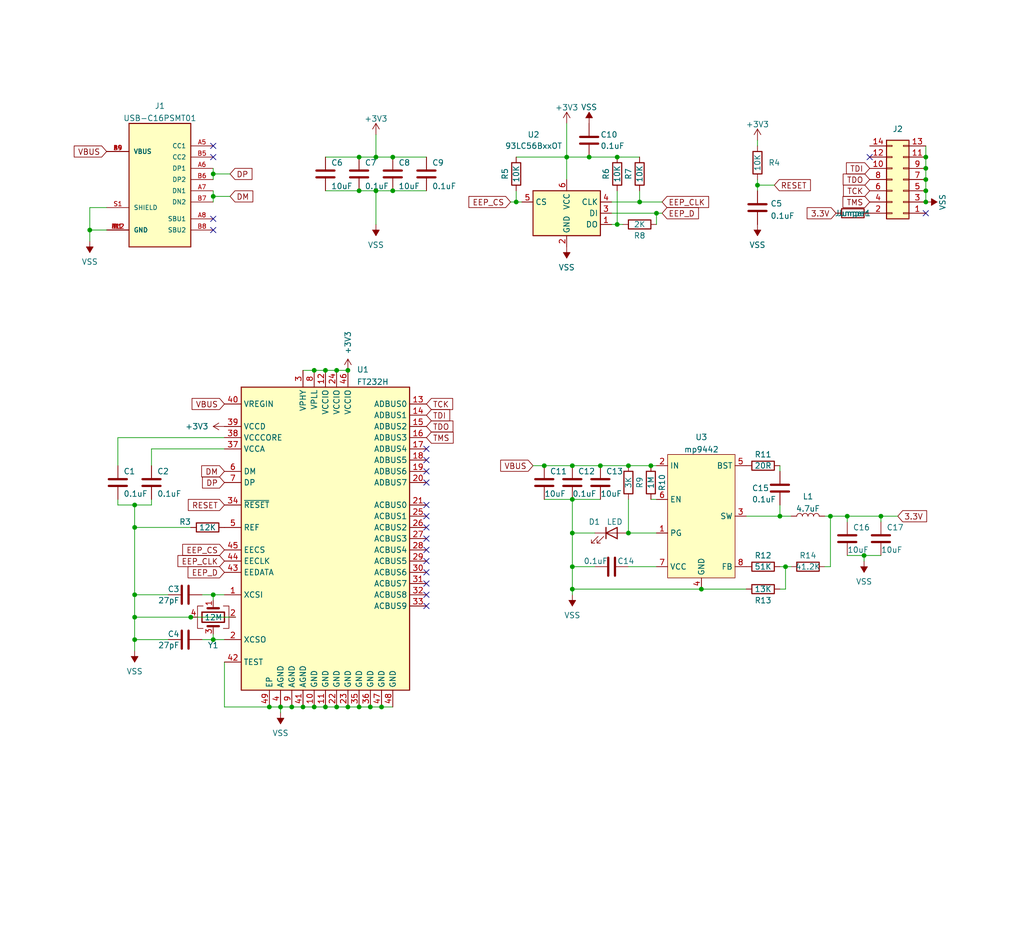
<source format=kicad_sch>
(kicad_sch (version 20211123) (generator eeschema)
  (paper "User" 231.8 209.398)
  (lib_symbols
    (symbol "Connector_Generic:Conn_02x07_Odd_Even" (pin_names (offset 1.016) hide)
      (property "Reference" "J" (at 1.27 10.16 0))
      (property "Value" "Conn_02x07_Odd_Even" (at 1.27 -10.16 0))
      (symbol "Conn_02x07_Odd_Even_1_1"
        (rectangle (start -1.27 -7.493) (end 0 -7.747) (stroke (width 0.1524)))
        (rectangle (start -1.27 -4.953) (end 0 -5.207) (stroke (width 0.1524)))
        (rectangle (start -1.27 -2.413) (end 0 -2.667) (stroke (width 0.1524)))
        (rectangle (start -1.27 0.127) (end 0 -0.127) (stroke (width 0.1524)))
        (rectangle (start -1.27 2.667) (end 0 2.413) (stroke (width 0.1524)))
        (rectangle (start -1.27 5.207) (end 0 4.953) (stroke (width 0.1524)))
        (rectangle (start -1.27 7.747) (end 0 7.493) (stroke (width 0.1524)))
        (rectangle (start -1.27 8.89) (end 3.81 -8.89) (stroke (width 0.254)) (fill (type background)))
        (rectangle (start 3.81 -7.493) (end 2.54 -7.747) (stroke (width 0.1524)))
        (rectangle (start 3.81 -4.953) (end 2.54 -5.207) (stroke (width 0.1524)))
        (rectangle (start 3.81 -2.413) (end 2.54 -2.667) (stroke (width 0.1524)))
        (rectangle (start 3.81 0.127) (end 2.54 -0.127) (stroke (width 0.1524)))
        (rectangle (start 3.81 2.667) (end 2.54 2.413) (stroke (width 0.1524)))
        (rectangle (start 3.81 5.207) (end 2.54 4.953) (stroke (width 0.1524)))
        (rectangle (start 3.81 7.747) (end 2.54 7.493) (stroke (width 0.1524)))
        (pin passive line (at -5.08 7.62 0) (length 3.81) (name "Pin_1") (number "1"))
        (pin passive line (at 7.62 -2.54 180) (length 3.81) (name "Pin_10") (number "10"))
        (pin passive line (at -5.08 -5.08 0) (length 3.81) (name "Pin_11") (number "11"))
        (pin passive line (at 7.62 -5.08 180) (length 3.81) (name "Pin_12") (number "12"))
        (pin passive line (at -5.08 -7.62 0) (length 3.81) (name "Pin_13") (number "13"))
        (pin passive line (at 7.62 -7.62 180) (length 3.81) (name "Pin_14") (number "14"))
        (pin passive line (at 7.62 7.62 180) (length 3.81) (name "Pin_2") (number "2"))
        (pin passive line (at -5.08 5.08 0) (length 3.81) (name "Pin_3") (number "3"))
        (pin passive line (at 7.62 5.08 180) (length 3.81) (name "Pin_4") (number "4"))
        (pin passive line (at -5.08 2.54 0) (length 3.81) (name "Pin_5") (number "5"))
        (pin passive line (at 7.62 2.54 180) (length 3.81) (name "Pin_6") (number "6"))
        (pin passive line (at -5.08 0 0) (length 3.81) (name "Pin_7") (number "7"))
        (pin passive line (at 7.62 0 180) (length 3.81) (name "Pin_8") (number "8"))
        (pin passive line (at -5.08 -2.54 0) (length 3.81) (name "Pin_9") (number "9"))
      )
    )
    (symbol "Device:C" (pin_numbers hide) (pin_names (offset 0.254))
      (property "Reference" "C" (at 0.635 2.54 0))
      (property "Value" "C" (at 0.635 -2.54 0))
      (symbol "C_0_1"
        (polyline (pts (xy -2.032 -0.762) (xy 2.032 -0.762)) (stroke (width 0.508)))
        (polyline (pts (xy -2.032 0.762) (xy 2.032 0.762)) (stroke (width 0.508)))
      )
      (symbol "C_1_1"
        (pin passive line (at 0 3.81 270) (length 2.794) (name "~") (number "1"))
        (pin passive line (at 0 -3.81 90) (length 2.794) (name "~") (number "2"))
      )
    )
    (symbol "Device:Crystal_GND24" (pin_names (offset 1.016) hide)
      (property "Reference" "Y" (at 3.175 5.08 0))
      (property "Value" "Crystal_GND24" (at 3.175 3.175 0))
      (symbol "Crystal_GND24_0_1"
        (rectangle (start -1.143 2.54) (end 1.143 -2.54) (stroke (width 0.3048)))
        (polyline (pts (xy -2.54 0) (xy -2.032 0)))
        (polyline (pts (xy -2.032 -1.27) (xy -2.032 1.27)) (stroke (width 0.508)))
        (polyline (pts (xy 0 -3.81) (xy 0 -3.556)))
        (polyline (pts (xy 0 3.556) (xy 0 3.81)))
        (polyline (pts (xy 2.032 -1.27) (xy 2.032 1.27)) (stroke (width 0.508)))
        (polyline (pts (xy 2.032 0) (xy 2.54 0)))
        (polyline (pts (xy -2.54 -2.286) (xy -2.54 -3.556) (xy 2.54 -3.556) (xy 2.54 -2.286)))
        (polyline (pts (xy -2.54 2.286) (xy -2.54 3.556) (xy 2.54 3.556) (xy 2.54 2.286)))
      )
      (symbol "Crystal_GND24_1_1"
        (pin passive line (at -3.81 0 0) (length 1.27) (name "1") (number "1"))
        (pin passive line (at 0 5.08 270) (length 1.27) (name "2") (number "2"))
        (pin passive line (at 3.81 0 180) (length 1.27) (name "3") (number "3"))
        (pin passive line (at 0 -5.08 90) (length 1.27) (name "4") (number "4"))
      )
    )
    (symbol "Device:L" (pin_numbers hide) (pin_names (offset 1.016) hide)
      (property "Reference" "L" (at -1.27 0 90))
      (property "Value" "L" (at 1.905 0 90))
      (symbol "L_0_1"
        (arc (start 0 -2.54) (mid 0.635 -1.905) (end 0 -1.27))
        (arc (start 0 -1.27) (mid 0.635 -0.635) (end 0 0))
        (arc (start 0 0) (mid 0.635 0.635) (end 0 1.27))
        (arc (start 0 1.27) (mid 0.635 1.905) (end 0 2.54))
      )
      (symbol "L_1_1"
        (pin passive line (at 0 3.81 270) (length 1.27) (name "1") (number "1"))
        (pin passive line (at 0 -3.81 90) (length 1.27) (name "2") (number "2"))
      )
    )
    (symbol "Device:LED" (pin_numbers hide) (pin_names (offset 1.016) hide)
      (property "Reference" "D" (at 0 2.54 0))
      (property "Value" "LED" (at 0 -2.54 0))
      (symbol "LED_0_1"
        (polyline (pts (xy -1.27 -1.27) (xy -1.27 1.27)) (stroke (width 0.254)))
        (polyline (pts (xy -1.27 0) (xy 1.27 0)))
        (polyline (pts (xy 1.27 -1.27) (xy 1.27 1.27) (xy -1.27 0) (xy 1.27 -1.27)) (stroke (width 0.254)))
        (polyline (pts (xy -3.048 -0.762) (xy -4.572 -2.286) (xy -3.81 -2.286) (xy -4.572 -2.286) (xy -4.572 -1.524)))
        (polyline (pts (xy -1.778 -0.762) (xy -3.302 -2.286) (xy -2.54 -2.286) (xy -3.302 -2.286) (xy -3.302 -1.524)))
      )
      (symbol "LED_1_1"
        (pin passive line (at -3.81 0 0) (length 2.54) (name "K") (number "1"))
        (pin passive line (at 3.81 0 180) (length 2.54) (name "A") (number "2"))
      )
    )
    (symbol "Device:R" (pin_numbers hide) (pin_names (offset 0))
      (property "Reference" "R" (at 2.032 0 90))
      (property "Value" "R" (at 0 0 90))
      (symbol "R_0_1"
        (rectangle (start -1.016 -2.54) (end 1.016 2.54) (stroke (width 0.254)))
      )
      (symbol "R_1_1"
        (pin passive line (at 0 3.81 270) (length 1.27) (name "~") (number "1"))
        (pin passive line (at 0 -3.81 90) (length 1.27) (name "~") (number "2"))
      )
    )
    (symbol "Interface_USB:FT232H"
      (property "Reference" "U1" (at 7.0994 38.2565 0))
      (property "Value" "FT232H" (at 7.0994 35.4814 0))
      (symbol "FT232H_0_1"
        (rectangle (start -19.05 34.29) (end 19.05 -34.29) (stroke (width 0.254)) (fill (type background)))
      )
      (symbol "FT232H_1_1"
        (pin input line (at -22.86 -12.7 0) (length 3.81) (name "XCSI") (number "1"))
        (pin power_in line (at -2.54 -38.1 90) (length 3.81) (name "GND") (number "10"))
        (pin power_in line (at 0 -38.1 90) (length 3.81) (name "GND") (number "11"))
        (pin power_in line (at 0 38.1 270) (length 3.81) (name "VCCIO") (number "12"))
        (pin bidirectional line (at 22.86 30.48 180) (length 3.81) (name "ADBUS0") (number "13"))
        (pin bidirectional line (at 22.86 27.94 180) (length 3.81) (name "ADBUS1") (number "14"))
        (pin bidirectional line (at 22.86 25.4 180) (length 3.81) (name "ADBUS2") (number "15"))
        (pin bidirectional line (at 22.86 22.86 180) (length 3.81) (name "ADBUS3") (number "16"))
        (pin bidirectional line (at 22.86 20.32 180) (length 3.81) (name "ADBUS4") (number "17"))
        (pin bidirectional line (at 22.86 17.78 180) (length 3.81) (name "ADBUS5") (number "18"))
        (pin bidirectional line (at 22.86 15.24 180) (length 3.81) (name "ADBUS6") (number "19"))
        (pin output line (at -22.86 -22.86 0) (length 3.81) (name "XCSO") (number "2"))
        (pin bidirectional line (at 22.86 12.7 180) (length 3.81) (name "ADBUS7") (number "20"))
        (pin bidirectional line (at 22.86 7.62 180) (length 3.81) (name "ACBUS0") (number "21"))
        (pin power_in line (at 2.54 -38.1 90) (length 3.81) (name "GND") (number "22"))
        (pin power_in line (at 5.08 -38.1 90) (length 3.81) (name "GND") (number "23"))
        (pin power_in line (at 2.54 38.1 270) (length 3.81) (name "VCCIO") (number "24"))
        (pin bidirectional line (at 22.86 5.08 180) (length 3.81) (name "ACBUS1") (number "25"))
        (pin bidirectional line (at 22.86 2.54 180) (length 3.81) (name "ACBUS2") (number "26"))
        (pin bidirectional line (at 22.86 0 180) (length 3.81) (name "ACBUS3") (number "27"))
        (pin bidirectional line (at 22.86 -2.54 180) (length 3.81) (name "ACBUS4") (number "28"))
        (pin bidirectional line (at 22.86 -5.08 180) (length 3.81) (name "ACBUS5") (number "29"))
        (pin power_in line (at -5.08 38.1 270) (length 3.81) (name "VPHY") (number "3"))
        (pin bidirectional line (at 22.86 -7.62 180) (length 3.81) (name "ACBUS6") (number "30"))
        (pin bidirectional line (at 22.86 -10.16 180) (length 3.81) (name "ACBUS7") (number "31"))
        (pin bidirectional line (at 22.86 -12.7 180) (length 3.81) (name "ACBUS8") (number "32"))
        (pin bidirectional line (at 22.86 -15.24 180) (length 3.81) (name "ACBUS9") (number "33"))
        (pin input line (at -22.86 7.62 0) (length 3.81) (name "~{RESET}") (number "34"))
        (pin power_in line (at 7.62 -38.1 90) (length 3.81) (name "GND") (number "35"))
        (pin power_in line (at 10.16 -38.1 90) (length 3.81) (name "GND") (number "36"))
        (pin power_out line (at -22.86 20.32 0) (length 3.81) (name "VCCA") (number "37"))
        (pin power_out line (at -22.86 22.86 0) (length 3.81) (name "VCCCORE") (number "38"))
        (pin power_in line (at -22.86 25.4 0) (length 3.81) (name "VCCD") (number "39"))
        (pin power_in line (at -10.16 -38.1 90) (length 3.81) (name "AGND") (number "4"))
        (pin power_in line (at -22.86 30.48 0) (length 3.81) (name "VREGIN") (number "40"))
        (pin power_in line (at -5.08 -38.1 90) (length 3.81) (name "AGND") (number "41"))
        (pin input line (at -22.86 -27.94 0) (length 3.81) (name "TEST") (number "42"))
        (pin bidirectional line (at -22.86 -7.62 0) (length 3.81) (name "EEDATA") (number "43"))
        (pin input line (at -22.86 -5.08 0) (length 3.81) (name "EECLK") (number "44"))
        (pin input line (at -22.86 -2.54 0) (length 3.81) (name "EECS") (number "45"))
        (pin power_in line (at 5.08 38.1 270) (length 3.81) (name "VCCIO") (number "46"))
        (pin power_in line (at 12.7 -38.1 90) (length 3.81) (name "GND") (number "47"))
        (pin power_in line (at 15.24 -38.1 90) (length 3.81) (name "GND") (number "48"))
        (pin power_in line (at -12.7 -38.1 90) (length 3.81) (name "EP") (number "49"))
        (pin input line (at -22.86 2.54 0) (length 3.81) (name "REF") (number "5"))
        (pin bidirectional line (at -22.86 15.24 0) (length 3.81) (name "DM") (number "6"))
        (pin bidirectional line (at -22.86 12.7 0) (length 3.81) (name "DP") (number "7"))
        (pin power_in line (at -2.54 38.1 270) (length 3.81) (name "VPLL") (number "8"))
        (pin power_in line (at -7.62 -38.1 90) (length 3.81) (name "AGND") (number "9"))
      )
    )
    (symbol "MP9442:mp9442"
      (property "Reference" "U" (at 0 17.78 0))
      (property "Value" "mp9442" (at 0 15.24 0))
      (symbol "mp9442_0_1"
        (rectangle (start -7.62 13.97) (end 7.62 -13.97) (stroke (width 0.1524)) (fill (type background)))
      )
      (symbol "mp9442_1_1"
        (pin input line (at -10.16 -3.81 0) (length 2.54) (name "PG") (number "1"))
        (pin input line (at -10.16 11.43 0) (length 2.54) (name "IN") (number "2"))
        (pin input line (at 10.16 0 180) (length 2.54) (name "SW") (number "3"))
        (pin input line (at 0 -16.51 90) (length 2.54) (name "GND") (number "4"))
        (pin input line (at 10.16 11.43 180) (length 2.54) (name "BST") (number "5"))
        (pin input line (at -10.16 3.81 0) (length 2.54) (name "EN") (number "6"))
        (pin input line (at -10.16 -11.43 0) (length 2.54) (name "VCC") (number "7"))
        (pin input line (at 10.16 -11.43 180) (length 2.54) (name "FB") (number "8"))
      )
    )
    (symbol "Memory_EEPROM:93LCxxBxxOT"
      (property "Reference" "U" (at -6.35 6.35 0))
      (property "Value" "93LCxxBxxOT" (at 7.62 -6.35 0))
      (symbol "93LCxxBxxOT_0_1"
        (rectangle (start -7.62 5.08) (end 7.62 -5.08) (stroke (width 0.254)) (fill (type background)))
      )
      (symbol "93LCxxBxxOT_1_1"
        (pin tri_state line (at 10.16 -2.54 180) (length 2.54) (name "DO") (number "1"))
        (pin power_in line (at 0 -7.62 90) (length 2.54) (name "GND") (number "2"))
        (pin input line (at 10.16 0 180) (length 2.54) (name "DI") (number "3"))
        (pin input line (at 10.16 2.54 180) (length 2.54) (name "CLK") (number "4"))
        (pin input line (at -10.16 2.54 0) (length 2.54) (name "CS") (number "5"))
        (pin power_in line (at 0 7.62 270) (length 2.54) (name "VCC") (number "6"))
      )
    )
    (symbol "USB-C16PSMT01:CQ-USB-C16PSMT01" (pin_names (offset 1.016))
      (property "Reference" "J" (at -12.7 13.462 0))
      (property "Value" "CQ-USB-C16PSMT01" (at -11.43 -18.542 0))
      (symbol "CQ-USB-C16PSMT01_0_0"
        (rectangle (start -6.35 12.7) (end 7.62 -15.24) (stroke (width 0.254)) (fill (type background)))
        (pin power_in line (at 12.7 -11.43 180) (length 5.08) (name "GND") (number "A1"))
        (pin power_in line (at 12.7 -11.43 180) (length 5.08) (name "GND") (number "A12"))
        (pin power_in line (at 12.7 6.35 180) (length 5.08) (name "VBUS") (number "A4"))
        (pin bidirectional line (at -11.43 7.62 0) (length 5.08) (name "CC1") (number "A5"))
        (pin bidirectional line (at -11.43 2.54 0) (length 5.08) (name "DP1") (number "A6"))
        (pin bidirectional line (at -11.43 -2.54 0) (length 5.08) (name "DN1") (number "A7"))
        (pin bidirectional line (at -11.43 -8.89 0) (length 5.08) (name "SBU1") (number "A8"))
        (pin power_in line (at 12.7 6.35 180) (length 5.08) (name "VBUS") (number "A9"))
        (pin power_in line (at 12.7 -11.43 180) (length 5.08) (name "GND") (number "B1"))
        (pin power_in line (at 12.7 -11.43 180) (length 5.08) (name "GND") (number "B12"))
        (pin power_in line (at 12.7 6.35 180) (length 5.08) (name "VBUS") (number "B4"))
        (pin bidirectional line (at -11.43 5.08 0) (length 5.08) (name "CC2") (number "B5"))
        (pin bidirectional line (at -11.43 0 0) (length 5.08) (name "DP2") (number "B6"))
        (pin bidirectional line (at -11.43 -5.08 0) (length 5.08) (name "DN2") (number "B7"))
        (pin bidirectional line (at -11.43 -11.43 0) (length 5.08) (name "SBU2") (number "B8"))
        (pin power_in line (at 12.7 6.35 180) (length 5.08) (name "VBUS") (number "B9"))
        (pin passive line (at 12.7 -6.35 180) (length 5.08) (name "SHIELD") (number "S1"))
      )
    )
    (symbol "power:+3V3" (power) (pin_names (offset 0))
      (property "Value" "+3V3" (at 0 3.556 0))
      (symbol "+3V3_0_1"
        (polyline (pts (xy -0.762 1.27) (xy 0 2.54)))
        (polyline (pts (xy 0 0) (xy 0 2.54)))
        (polyline (pts (xy 0 2.54) (xy 0.762 1.27)))
      )
      (symbol "+3V3_1_1"
        (pin power_in line (at 0 0 90) (length 0) hide (name "+3V3") (number "1"))
      )
    )
    (symbol "power:VSS" (power) (pin_names (offset 0))
      (property "Value" "VSS" (at 0 3.81 0))
      (symbol "VSS_0_1"
        (polyline (pts (xy 0 0) (xy 0 2.54)))
        (polyline (pts (xy 0.762 1.27) (xy -0.762 1.27) (xy 0 2.54) (xy 0.762 1.27)) (fill (type outline)))
      )
      (symbol "VSS_1_1"
        (pin power_in line (at 0 0 90) (length 0) hide (name "VSS") (number "1"))
      )
    )
  )
  (junction (at 30.48 139.7))
  (junction (at 48.26 144.78))
  (junction (at 78.74 83.82))
  (junction (at 129.54 105.41))
  (junction (at 30.48 119.38))
  (junction (at 86.36 160.02))
  (junction (at 88.9 35.56))
  (junction (at 191.77 116.84))
  (junction (at 30.48 134.62))
  (junction (at 73.66 160.02))
  (junction (at 73.66 83.82))
  (junction (at 195.58 125.73))
  (junction (at 123.19 105.41))
  (junction (at 71.12 83.82))
  (junction (at 71.12 160.02))
  (junction (at 139.7 50.8))
  (junction (at 176.53 116.84))
  (junction (at 187.96 116.84))
  (junction (at 209.55 40.64))
  (junction (at 48.26 39.37))
  (junction (at 199.39 116.84))
  (junction (at 171.45 41.91))
  (junction (at 135.89 105.41))
  (junction (at 68.58 160.02))
  (junction (at 76.2 83.82))
  (junction (at 83.82 160.02))
  (junction (at 20.32 52.07))
  (junction (at 209.55 45.72))
  (junction (at 88.9 43.18))
  (junction (at 133.35 35.56))
  (junction (at 85.09 43.18))
  (junction (at 116.84 45.72))
  (junction (at 43.18 139.7))
  (junction (at 142.24 120.65))
  (junction (at 48.26 44.45))
  (junction (at 128.27 35.56))
  (junction (at 66.04 160.02))
  (junction (at 129.54 128.27))
  (junction (at 129.54 120.65))
  (junction (at 209.55 43.18))
  (junction (at 148.59 48.26))
  (junction (at 48.26 134.62))
  (junction (at 129.54 133.35))
  (junction (at 177.8 128.27))
  (junction (at 30.48 144.78))
  (junction (at 76.2 160.02))
  (junction (at 142.24 105.41))
  (junction (at 60.96 160.02))
  (junction (at 209.55 38.1))
  (junction (at 81.28 35.56))
  (junction (at 81.28 43.18))
  (junction (at 78.74 160.02))
  (junction (at 209.55 35.56))
  (junction (at 63.5 160.02))
  (junction (at 30.48 114.3))
  (junction (at 85.09 35.56))
  (junction (at 139.7 35.56))
  (junction (at 144.78 45.72))
  (junction (at 129.54 113.03))
  (junction (at 81.28 160.02))
  (junction (at 147.32 105.41))
  (junction (at 158.75 133.35))
  (no_connect (at 48.26 33.02))
  (no_connect (at 48.26 35.56))
  (no_connect (at 96.52 132.08))
  (no_connect (at 96.52 127))
  (no_connect (at 96.52 137.16))
  (no_connect (at 96.52 129.54))
  (no_connect (at 96.52 134.62))
  (no_connect (at 96.52 101.6))
  (no_connect (at 96.52 106.68))
  (no_connect (at 96.52 109.22))
  (no_connect (at 96.52 104.14))
  (no_connect (at 96.52 121.92))
  (no_connect (at 96.52 124.46))
  (no_connect (at 96.52 116.84))
  (no_connect (at 96.52 114.3))
  (no_connect (at 96.52 119.38))
  (no_connect (at 209.55 48.26))
  (no_connect (at 196.85 35.56))
  (no_connect (at 48.26 52.07))
  (no_connect (at 48.26 49.53))
  (wire (pts (xy 191.77 116.84) (xy 191.77 118.11)))
  (wire (pts (xy 176.53 116.84) (xy 176.53 114.3)))
  (wire (pts (xy 187.96 128.27) (xy 186.69 128.27)))
  (wire (pts (xy 171.45 40.64) (xy 171.45 41.91)))
  (wire (pts (xy 142.24 105.41) (xy 147.32 105.41)))
  (wire (pts (xy 48.26 38.1) (xy 48.26 39.37)))
  (wire (pts (xy 128.27 27.94) (xy 128.27 35.56)))
  (wire (pts (xy 71.12 160.02) (xy 73.66 160.02)))
  (wire (pts (xy 116.84 35.56) (xy 128.27 35.56)))
  (wire (pts (xy 73.66 35.56) (xy 81.28 35.56)))
  (wire (pts (xy 142.24 128.27) (xy 148.59 128.27)))
  (wire (pts (xy 66.04 160.02) (xy 68.58 160.02)))
  (wire (pts (xy 191.77 116.84) (xy 199.39 116.84)))
  (wire (pts (xy 171.45 41.91) (xy 171.45 43.18)))
  (wire (pts (xy 30.48 114.3) (xy 30.48 119.38)))
  (wire (pts (xy 83.82 160.02) (xy 86.36 160.02)))
  (wire (pts (xy 158.75 133.35) (xy 168.91 133.35)))
  (wire (pts (xy 142.24 120.65) (xy 148.59 120.65)))
  (wire (pts (xy 177.8 133.35) (xy 176.53 133.35)))
  (wire (pts (xy 129.54 133.35) (xy 129.54 134.62)))
  (wire (pts (xy 139.7 35.56) (xy 144.78 35.56)))
  (wire (pts (xy 30.48 119.38) (xy 43.18 119.38)))
  (wire (pts (xy 191.77 125.73) (xy 195.58 125.73)))
  (wire (pts (xy 26.67 114.3) (xy 30.48 114.3)))
  (wire (pts (xy 71.12 83.82) (xy 73.66 83.82)))
  (wire (pts (xy 120.65 105.41) (xy 123.19 105.41)))
  (wire (pts (xy 86.36 160.02) (xy 88.9 160.02)))
  (wire (pts (xy 85.09 43.18) (xy 88.9 43.18)))
  (wire (pts (xy 199.39 116.84) (xy 203.2 116.84)))
  (wire (pts (xy 81.28 35.56) (xy 85.09 35.56)))
  (wire (pts (xy 68.58 160.02) (xy 71.12 160.02)))
  (wire (pts (xy 20.32 46.99) (xy 20.32 52.07)))
  (wire (pts (xy 78.74 160.02) (xy 81.28 160.02)))
  (wire (pts (xy 195.58 125.73) (xy 195.58 127)))
  (wire (pts (xy 50.8 160.02) (xy 60.96 160.02)))
  (wire (pts (xy 45.72 134.62) (xy 48.26 134.62)))
  (wire (pts (xy 30.48 119.38) (xy 30.48 134.62)))
  (wire (pts (xy 24.13 46.99) (xy 20.32 46.99)))
  (wire (pts (xy 73.66 83.82) (xy 76.2 83.82)))
  (wire (pts (xy 63.5 160.02) (xy 63.5 161.29)))
  (wire (pts (xy 63.5 160.02) (xy 66.04 160.02)))
  (wire (pts (xy 128.27 35.56) (xy 128.27 40.64)))
  (wire (pts (xy 48.26 39.37) (xy 52.07 39.37)))
  (wire (pts (xy 129.54 128.27) (xy 129.54 133.35)))
  (wire (pts (xy 30.48 139.7) (xy 43.18 139.7)))
  (wire (pts (xy 48.26 135.89) (xy 48.26 134.62)))
  (wire (pts (xy 48.26 134.62) (xy 50.8 134.62)))
  (wire (pts (xy 43.18 139.7) (xy 53.34 139.7)))
  (wire (pts (xy 81.28 160.02) (xy 83.82 160.02)))
  (wire (pts (xy 139.7 50.8) (xy 140.97 50.8)))
  (wire (pts (xy 195.58 125.73) (xy 199.39 125.73)))
  (wire (pts (xy 144.78 45.72) (xy 149.86 45.72)))
  (wire (pts (xy 138.43 45.72) (xy 144.78 45.72)))
  (wire (pts (xy 26.67 99.06) (xy 26.67 105.41)))
  (wire (pts (xy 129.54 128.27) (xy 134.62 128.27)))
  (wire (pts (xy 48.26 143.51) (xy 48.26 144.78)))
  (wire (pts (xy 88.9 43.18) (xy 96.52 43.18)))
  (wire (pts (xy 48.26 44.45) (xy 52.07 44.45)))
  (wire (pts (xy 73.66 43.18) (xy 81.28 43.18)))
  (wire (pts (xy 30.48 114.3) (xy 34.29 114.3)))
  (wire (pts (xy 85.09 35.56) (xy 88.9 35.56)))
  (wire (pts (xy 171.45 41.91) (xy 175.26 41.91)))
  (wire (pts (xy 24.13 52.07) (xy 20.32 52.07)))
  (wire (pts (xy 128.27 35.56) (xy 133.35 35.56)))
  (wire (pts (xy 186.69 116.84) (xy 187.96 116.84)))
  (wire (pts (xy 20.32 52.07) (xy 20.32 54.61)))
  (wire (pts (xy 209.55 35.56) (xy 209.55 33.02)))
  (wire (pts (xy 209.55 40.64) (xy 209.55 38.1)))
  (wire (pts (xy 48.26 39.37) (xy 48.26 40.64)))
  (wire (pts (xy 187.96 116.84) (xy 191.77 116.84)))
  (wire (pts (xy 85.09 43.18) (xy 85.09 50.8)))
  (wire (pts (xy 45.72 144.78) (xy 48.26 144.78)))
  (wire (pts (xy 176.53 128.27) (xy 177.8 128.27)))
  (wire (pts (xy 129.54 133.35) (xy 158.75 133.35)))
  (wire (pts (xy 199.39 116.84) (xy 199.39 118.11)))
  (wire (pts (xy 48.26 43.18) (xy 48.26 44.45)))
  (wire (pts (xy 115.57 45.72) (xy 116.84 45.72)))
  (wire (pts (xy 177.8 128.27) (xy 179.07 128.27)))
  (wire (pts (xy 209.55 45.72) (xy 209.55 43.18)))
  (wire (pts (xy 168.91 116.84) (xy 176.53 116.84)))
  (wire (pts (xy 129.54 113.03) (xy 135.89 113.03)))
  (wire (pts (xy 85.09 30.48) (xy 85.09 35.56)))
  (wire (pts (xy 129.54 120.65) (xy 134.62 120.65)))
  (wire (pts (xy 135.89 105.41) (xy 142.24 105.41)))
  (wire (pts (xy 116.84 43.18) (xy 116.84 45.72)))
  (wire (pts (xy 48.26 44.45) (xy 48.26 45.72)))
  (wire (pts (xy 209.55 38.1) (xy 209.55 35.56)))
  (wire (pts (xy 187.96 116.84) (xy 187.96 128.27)))
  (wire (pts (xy 30.48 144.78) (xy 38.1 144.78)))
  (wire (pts (xy 76.2 83.82) (xy 78.74 83.82)))
  (wire (pts (xy 50.8 101.6) (xy 34.29 101.6)))
  (wire (pts (xy 26.67 113.03) (xy 26.67 114.3)))
  (wire (pts (xy 50.8 149.86) (xy 50.8 160.02)))
  (wire (pts (xy 50.8 99.06) (xy 26.67 99.06)))
  (wire (pts (xy 30.48 134.62) (xy 30.48 139.7)))
  (wire (pts (xy 129.54 113.03) (xy 129.54 120.65)))
  (wire (pts (xy 147.32 113.03) (xy 148.59 113.03)))
  (wire (pts (xy 88.9 35.56) (xy 96.52 35.56)))
  (wire (pts (xy 148.59 50.8) (xy 148.59 48.26)))
  (wire (pts (xy 144.78 43.18) (xy 144.78 45.72)))
  (wire (pts (xy 60.96 160.02) (xy 63.5 160.02)))
  (wire (pts (xy 133.35 35.56) (xy 139.7 35.56)))
  (wire (pts (xy 129.54 120.65) (xy 129.54 128.27)))
  (wire (pts (xy 116.84 45.72) (xy 118.11 45.72)))
  (wire (pts (xy 123.19 113.03) (xy 129.54 113.03)))
  (wire (pts (xy 138.43 48.26) (xy 148.59 48.26)))
  (wire (pts (xy 209.55 43.18) (xy 209.55 40.64)))
  (wire (pts (xy 34.29 114.3) (xy 34.29 113.03)))
  (wire (pts (xy 68.58 83.82) (xy 71.12 83.82)))
  (wire (pts (xy 76.2 160.02) (xy 78.74 160.02)))
  (wire (pts (xy 48.26 144.78) (xy 50.8 144.78)))
  (wire (pts (xy 176.53 116.84) (xy 179.07 116.84)))
  (wire (pts (xy 147.32 105.41) (xy 148.59 105.41)))
  (wire (pts (xy 138.43 50.8) (xy 139.7 50.8)))
  (wire (pts (xy 139.7 43.18) (xy 139.7 50.8)))
  (wire (pts (xy 123.19 105.41) (xy 129.54 105.41)))
  (wire (pts (xy 34.29 101.6) (xy 34.29 105.41)))
  (wire (pts (xy 30.48 144.78) (xy 30.48 147.32)))
  (wire (pts (xy 30.48 134.62) (xy 38.1 134.62)))
  (wire (pts (xy 81.28 43.18) (xy 85.09 43.18)))
  (wire (pts (xy 30.48 139.7) (xy 30.48 144.78)))
  (wire (pts (xy 142.24 113.03) (xy 142.24 120.65)))
  (wire (pts (xy 171.45 31.75) (xy 171.45 33.02)))
  (wire (pts (xy 129.54 105.41) (xy 135.89 105.41)))
  (wire (pts (xy 148.59 48.26) (xy 149.86 48.26)))
  (wire (pts (xy 73.66 160.02) (xy 76.2 160.02)))
  (wire (pts (xy 177.8 128.27) (xy 177.8 133.35)))
  (wire (pts (xy 176.53 105.41) (xy 176.53 106.68)))
  (global_label "VBUS" (shape input) (at 24.13 34.29 180) (property "Intersheet References" "${INTERSHEET_REFS}" (effects hide)))
  (global_label "EEP_D" (shape input) (at 50.8 129.54 180) (property "Intersheet References" "${INTERSHEET_REFS}" (effects hide)))
  (global_label "TMS" (shape input) (at 196.85 45.72 180) (property "Intersheet References" "${INTERSHEET_REFS}" (effects hide)))
  (global_label "DM" (shape input) (at 52.07 44.45 0) (property "Intersheet References" "${INTERSHEET_REFS}" (effects hide)))
  (global_label "DP" (shape input) (at 50.8 109.22 180) (property "Intersheet References" "${INTERSHEET_REFS}" (effects hide)))
  (global_label "DP" (shape input) (at 52.07 39.37 0) (property "Intersheet References" "${INTERSHEET_REFS}" (effects hide)))
  (global_label "EEP_D" (shape input) (at 149.86 48.26 0) (property "Intersheet References" "${INTERSHEET_REFS}" (effects hide)))
  (global_label "DM" (shape input) (at 50.8 106.68 180) (property "Intersheet References" "${INTERSHEET_REFS}" (effects hide)))
  (global_label "TCK" (shape input) (at 96.52 91.44 0) (property "Intersheet References" "${INTERSHEET_REFS}" (effects hide)))
  (global_label "RESET" (shape input) (at 50.8 114.3 180) (property "Intersheet References" "${INTERSHEET_REFS}" (effects hide)))
  (global_label "TDO" (shape input) (at 96.52 96.52 0) (property "Intersheet References" "${INTERSHEET_REFS}" (effects hide)))
  (global_label "EEP_CLK" (shape input) (at 50.8 127 180) (property "Intersheet References" "${INTERSHEET_REFS}" (effects hide)))
  (global_label "EEP_CLK" (shape input) (at 149.86 45.72 0) (property "Intersheet References" "${INTERSHEET_REFS}" (effects hide)))
  (global_label "TDO" (shape input) (at 196.85 40.64 180) (property "Intersheet References" "${INTERSHEET_REFS}" (effects hide)))
  (global_label "TDI" (shape input) (at 196.85 38.1 180) (property "Intersheet References" "${INTERSHEET_REFS}" (effects hide)))
  (global_label "EEP_CS" (shape input) (at 50.8 124.46 180) (property "Intersheet References" "${INTERSHEET_REFS}" (effects hide)))
  (global_label "VBUS" (shape input) (at 50.8 91.44 180) (property "Intersheet References" "${INTERSHEET_REFS}" (effects hide)))
  (global_label "TDI" (shape input) (at 96.52 93.98 0) (property "Intersheet References" "${INTERSHEET_REFS}" (effects hide)))
  (global_label "RESET" (shape input) (at 175.26 41.91 0) (property "Intersheet References" "${INTERSHEET_REFS}" (effects hide)))
  (global_label "VBUS" (shape input) (at 120.65 105.41 180) (property "Intersheet References" "${INTERSHEET_REFS}" (effects hide)))
  (global_label "EEP_CS" (shape input) (at 115.57 45.72 180) (property "Intersheet References" "${INTERSHEET_REFS}" (effects hide)))
  (global_label "TCK" (shape input) (at 196.85 43.18 180) (property "Intersheet References" "${INTERSHEET_REFS}" (effects hide)))
  (global_label "3.3V" (shape input) (at 203.2 116.84 0) (property "Intersheet References" "${INTERSHEET_REFS}" (effects hide)))
  (global_label "TMS" (shape input) (at 96.52 99.06 0) (property "Intersheet References" "${INTERSHEET_REFS}" (effects hide)))
  (global_label "3.3V" (shape input) (at 189.23 48.26 180) (property "Intersheet References" "${INTERSHEET_REFS}" (effects hide)))
  (symbol (lib_id "Memory_EEPROM:93LCxxBxxOT") (at 128.27 48.26 0) (unit 1)
    (property "Reference" "U2" (at 119.38 30.48 0) (effects (justify left)))
    (property "Value" "93LC56BxxOT" (at 114.3 33.02 0) (effects (justify left)))
    (property "Footprint" "Package_TO_SOT_SMD:SOT-23-6" (effects hide))
    (property "Datasheet" "http://ww1.microchip.com/downloads/en/DeviceDoc/20001749K.pdf" (effects hide))
  )
  (symbol (lib_id "Device:R") (at 172.72 133.35 90) (unit 1)
    (property "Reference" "R13" (at 172.72 135.89 90))
    (property "Value" "13K" (at 172.72 133.35 90))
    (property "Footprint" "Resistor_SMD:R_0402_1005Metric" (effects hide))
  )
  (symbol (lib_id "Device:R") (at 172.72 105.41 270) (unit 1)
    (property "Reference" "R11" (at 172.72 102.87 90))
    (property "Value" "20R" (at 172.72 105.41 90))
    (property "Footprint" "Resistor_SMD:R_0402_1005Metric" (effects hide))
  )
  (symbol (lib_id "Device:L") (at 182.88 116.84 90) (unit 1)
    (property "Reference" "L1" (at 182.88 112.3655 90))
    (property "Value" "4.7uF" (at 182.88 115.1406 90))
    (property "Footprint" "Inductor_SMD:L_Taiyo-Yuden_NR-30xx" (effects hide))
  )
  (symbol (lib_id "Device:C") (at 34.29 109.22 0) (unit 1)
    (property "Reference" "C2" (at 35.56 106.68 0) (effects (justify left)))
    (property "Value" "0.1uF" (at 35.56 111.76 0) (effects (justify left)))
    (property "Footprint" "Capacitor_SMD:C_0402_1005Metric" (effects hide))
  )
  (symbol (lib_id "Device:C") (at 199.39 121.92 0) (unit 1)
    (property "Reference" "C17" (at 200.66 119.38 0) (effects (justify left)))
    (property "Value" "10uF" (at 199.39 124.46 0) (effects (justify left)))
    (property "Footprint" "Capacitor_SMD:C_0402_1005Metric" (effects hide))
  )
  (symbol (lib_id "power:VSS") (at 171.45 50.8 180) (unit 1)
    (property "Reference" "#PWR0103" (effects hide))
    (property "Value" "VSS" (at 173.3061 55.4504 0) (effects (justify left)))
  )
  (symbol (lib_id "power:+3V3") (at 171.45 31.75 0) (unit 1)
    (property "Reference" "#PWR0110" (effects hide))
    (property "Value" "+3V3" (at 171.45 28.1455 0))
  )
  (symbol (lib_id "Device:Crystal_GND24") (at 48.26 139.7 270) (unit 1)
    (property "Reference" "Y1" (at 46.99 146.05 90) (effects (justify left)))
    (property "Value" "12M" (at 46.2597 139.7433 90) (effects (justify left)))
    (property "Footprint" "Crystal:Crystal_SMD_2016-4Pin_2.0x1.6mm" (effects hide))
  )
  (symbol (lib_id "power:VSS") (at 133.35 27.94 0) (mirror y) (unit 1)
    (property "Reference" "#PWR0105" (effects hide))
    (property "Value" "VSS" (at 135.2019 24.2719 0) (effects (justify left)))
  )
  (symbol (lib_id "MP9442:mp9442") (at 158.75 116.84 0) (unit 1)
    (property "Reference" "U3" (at 158.75 98.9543 0))
    (property "Value" "mp9442" (at 158.75 101.7294 0))
    (property "Footprint" "Package_TO_SOT_SMD:TSOT-23-8" (effects hide))
  )
  (symbol (lib_id "Device:C") (at 41.91 134.62 90) (unit 1)
    (property "Reference" "C3" (at 40.64 133.35 90) (effects (justify left)))
    (property "Value" "27pF" (at 40.64 135.89 90) (effects (justify left)))
    (property "Footprint" "Capacitor_SMD:C_0402_1005Metric" (effects hide))
  )
  (symbol (lib_id "Device:R") (at 144.78 50.8 90) (mirror x) (unit 1)
    (property "Reference" "R8" (at 144.78 53.34 90))
    (property "Value" "2K" (at 144.78 50.8 90))
    (property "Footprint" "Resistor_SMD:R_0402_1005Metric" (effects hide))
  )
  (symbol (lib_id "Device:R") (at 116.84 39.37 0) (unit 1)
    (property "Reference" "R5" (at 114.3 39.37 90))
    (property "Value" "10K" (at 116.84 39.37 90))
    (property "Footprint" "Resistor_SMD:R_0402_1005Metric" (effects hide))
  )
  (symbol (lib_id "power:+3V3") (at 50.8 96.52 90) (unit 1)
    (property "Reference" "#PWR0109" (effects hide))
    (property "Value" "+3V3" (at 41.91 96.52 90) (effects (justify right)))
  )
  (symbol (lib_id "Device:C") (at 123.19 109.22 0) (unit 1)
    (property "Reference" "C11" (at 124.46 106.68 0) (effects (justify left)))
    (property "Value" "10uF" (at 123.19 111.76 0) (effects (justify left)))
    (property "Footprint" "Capacitor_SMD:C_0402_1005Metric" (effects hide))
  )
  (symbol (lib_id "Device:C") (at 176.53 110.49 0) (unit 1)
    (property "Reference" "C15" (at 170.18 110.49 0) (effects (justify left)))
    (property "Value" "0.1uF" (at 170.18 113.03 0) (effects (justify left)))
    (property "Footprint" "Capacitor_SMD:C_0402_1005Metric" (effects hide))
  )
  (symbol (lib_id "Connector_Generic:Conn_02x07_Odd_Even") (at 204.47 40.64 180) (unit 1)
    (property "Reference" "J2" (at 203.2 29.21 0))
    (property "Value" "Conn_01x06_Male" (effects hide))
    (property "Footprint" "Connector_PinHeader_2.54mm:PinHeader_2x07_P2.54mm_Vertical" (effects hide))
  )
  (symbol (lib_id "Device:R") (at 46.99 119.38 270) (unit 1)
    (property "Reference" "R3" (at 41.91 118.11 90))
    (property "Value" "12K" (at 46.99 119.38 90))
    (property "Footprint" "Resistor_SMD:R_0402_1005Metric" (effects hide))
  )
  (symbol (lib_id "Device:C") (at 88.9 39.37 0) (unit 1)
    (property "Reference" "C8" (at 90.17 36.83 0) (effects (justify left)))
    (property "Value" "10uF" (at 90.17 42.1451 0) (effects (justify left)))
    (property "Footprint" "Capacitor_SMD:C_0402_1005Metric" (effects hide))
  )
  (symbol (lib_id "power:+3V3") (at 85.09 30.48 0) (unit 1)
    (property "Reference" "#PWR0112" (effects hide))
    (property "Value" "+3V3" (at 85.09 26.8755 0))
  )
  (symbol (lib_id "power:VSS") (at 195.58 127 180) (unit 1)
    (property "Reference" "#PWR0115" (effects hide))
    (property "Value" "VSS" (at 197.4361 131.6504 0) (effects (justify left)))
  )
  (symbol (lib_id "Device:C") (at 41.91 144.78 90) (unit 1)
    (property "Reference" "C4" (at 40.64 143.51 90) (effects (justify left)))
    (property "Value" "27pF" (at 40.64 146.05 90) (effects (justify left)))
    (property "Footprint" "Capacitor_SMD:C_0402_1005Metric" (effects hide))
  )
  (symbol (lib_id "Device:C") (at 26.67 109.22 0) (unit 1)
    (property "Reference" "C1" (at 27.94 106.68 0) (effects (justify left)))
    (property "Value" "0.1uF" (at 27.94 111.76 0) (effects (justify left)))
    (property "Footprint" "Capacitor_SMD:C_0402_1005Metric" (effects hide))
  )
  (symbol (lib_id "power:VSS") (at 63.5 161.29 180) (unit 1)
    (property "Reference" "#PWR0113" (effects hide))
    (property "Value" "VSS" (at 65.3561 165.9404 0) (effects (justify left)))
  )
  (symbol (lib_id "power:VSS") (at 129.54 134.62 180) (unit 1)
    (property "Reference" "#PWR0116" (effects hide))
    (property "Value" "VSS" (at 131.3961 139.2704 0) (effects (justify left)))
  )
  (symbol (lib_id "Device:C") (at 73.66 39.37 0) (unit 1)
    (property "Reference" "C6" (at 74.93 36.83 0) (effects (justify left)))
    (property "Value" "10uF" (at 74.93 42.1451 0) (effects (justify left)))
    (property "Footprint" "Capacitor_SMD:C_0402_1005Metric" (effects hide))
  )
  (symbol (lib_id "Device:C") (at 133.35 31.75 0) (mirror x) (unit 1)
    (property "Reference" "C10" (at 135.89 30.48 0) (effects (justify left)))
    (property "Value" "0.1uF" (at 135.89 33.02 0) (effects (justify left)))
    (property "Footprint" "Capacitor_SMD:C_0402_1005Metric" (effects hide))
  )
  (symbol (lib_id "power:VSS") (at 20.32 54.61 180) (unit 1)
    (property "Reference" "#PWR0101" (effects hide))
    (property "Value" "VSS" (at 22.1761 59.2604 0) (effects (justify left)))
  )
  (symbol (lib_id "power:VSS") (at 128.27 55.88 180) (unit 1)
    (property "Reference" "#PWR0106" (effects hide))
    (property "Value" "VSS" (at 130.1261 60.5304 0) (effects (justify left)))
  )
  (symbol (lib_id "Device:C") (at 138.43 128.27 270) (unit 1)
    (property "Reference" "C14" (at 139.7 127 90) (effects (justify left)))
    (property "Value" "0.1uF" (at 132.08 127 90) (effects (justify left)))
    (property "Footprint" "Capacitor_SMD:C_0402_1005Metric" (effects hide))
  )
  (symbol (lib_id "power:VSS") (at 209.55 45.72 270) (unit 1)
    (property "Reference" "#PWR0114" (effects hide))
    (property "Value" "VSS" (at 213.3579 43.8977 0) (effects (justify left)))
  )
  (symbol (lib_id "Device:R") (at 193.04 48.26 270) (unit 1)
    (property "Reference" "Jumper1" (at 193.04 48.26 90))
    (property "Value" "Jumper" (at 193.04 48.26 90))
    (property "Footprint" "Resistor_SMD:R_0402_1005Metric" (effects hide))
  )
  (symbol (lib_id "Device:LED") (at 138.43 120.65 0) (unit 1)
    (property "Reference" "D1" (at 135.89 118.11 0) (effects (justify right)))
    (property "Value" "LED" (at 140.97 118.11 0) (effects (justify right)))
    (property "Footprint" "LED_SMD:LED_0402_1005Metric" (effects hide))
  )
  (symbol (lib_id "Device:C") (at 135.89 109.22 0) (unit 1)
    (property "Reference" "C13" (at 137.16 106.68 0) (effects (justify left)))
    (property "Value" "10uF" (at 135.89 111.76 0) (effects (justify left)))
    (property "Footprint" "Capacitor_SMD:C_0402_1005Metric" (effects hide))
  )
  (symbol (lib_id "Device:C") (at 171.45 46.99 0) (unit 1)
    (property "Reference" "C5" (at 174.371 46.0815 0) (effects (justify left)))
    (property "Value" "0.1uF" (at 174.371 48.8566 0) (effects (justify left)))
    (property "Footprint" "Capacitor_SMD:C_0402_1005Metric" (effects hide))
  )
  (symbol (lib_id "Device:R") (at 139.7 39.37 0) (unit 1)
    (property "Reference" "R6" (at 137.16 39.37 90))
    (property "Value" "10K" (at 139.7 39.37 90))
    (property "Footprint" "Resistor_SMD:R_0402_1005Metric" (effects hide))
  )
  (symbol (lib_id "Device:R") (at 171.45 36.83 180) (unit 1)
    (property "Reference" "R4" (at 175.26 36.83 0))
    (property "Value" "10K" (at 171.45 36.83 90))
    (property "Footprint" "Resistor_SMD:R_0402_1005Metric" (effects hide))
  )
  (symbol (lib_id "power:+3V3") (at 78.74 83.82 0) (unit 1)
    (property "Reference" "#PWR0107" (effects hide))
    (property "Value" "+3V3" (at 78.74 74.93 90) (effects (justify right)))
  )
  (symbol (lib_id "Device:R") (at 172.72 128.27 270) (unit 1)
    (property "Reference" "R12" (at 172.72 125.73 90))
    (property "Value" "51K" (at 172.72 128.27 90))
    (property "Footprint" "Resistor_SMD:R_0402_1005Metric" (effects hide))
  )
  (symbol (lib_id "Device:C") (at 81.28 39.37 0) (unit 1)
    (property "Reference" "C7" (at 82.55 36.83 0) (effects (justify left)))
    (property "Value" "0.1uF" (at 82.55 42.1451 0) (effects (justify left)))
    (property "Footprint" "Capacitor_SMD:C_0402_1005Metric" (effects hide))
  )
  (symbol (lib_id "USB-C16PSMT01:CQ-USB-C16PSMT01") (at 36.83 40.64 0) (mirror y) (unit 1)
    (property "Reference" "J1" (at 36.195 23.9735 0))
    (property "Value" "USB-C16PSMT01" (at 36.195 26.7486 0))
    (property "Footprint" "Connector_USB:USB_C_Receptacle_XKB_U262-16XN-4BVC11" (effects hide))
    (property "STANDARD" "Manufacturer Recommendations" (effects hide))
    (property "PARTREV" "A" (effects hide))
    (property "MANUFACTURER" "Shenzhen Chuangpin Science and Technology" (effects hide))
    (property "MAXIMUM_PACKAGE_HEIGHT" "3.36mm" (effects hide))
  )
  (symbol (lib_id "Device:R") (at 144.78 39.37 0) (unit 1)
    (property "Reference" "R7" (at 142.24 39.37 90))
    (property "Value" "10K" (at 144.78 39.37 90))
    (property "Footprint" "Resistor_SMD:R_0402_1005Metric" (effects hide))
  )
  (symbol (lib_id "Device:R") (at 182.88 128.27 270) (unit 1)
    (property "Reference" "R14" (at 182.88 125.73 90))
    (property "Value" "41.2K" (at 182.88 128.27 90))
    (property "Footprint" "Resistor_SMD:R_0402_1005Metric" (effects hide))
  )
  (symbol (lib_id "Device:R") (at 147.32 109.22 180) (unit 1)
    (property "Reference" "R10" (at 149.86 109.22 90))
    (property "Value" "1M" (at 147.32 109.22 90))
    (property "Footprint" "Resistor_SMD:R_0402_1005Metric" (effects hide))
  )
  (symbol (lib_id "Device:C") (at 191.77 121.92 0) (unit 1)
    (property "Reference" "C16" (at 193.04 119.38 0) (effects (justify left)))
    (property "Value" "10uF" (at 191.77 124.46 0) (effects (justify left)))
    (property "Footprint" "Capacitor_SMD:C_0402_1005Metric" (effects hide))
  )
  (symbol (lib_id "Interface_USB:FT232H") (at 73.66 121.92 0) (unit 1)
    (property "Reference" "U1" (at 80.7594 83.6635 0) (effects (justify left)))
    (property "Value" "FT232H" (at 80.7594 86.4386 0) (effects (justify left)))
    (property "Footprint" "Package_DFN_QFN:QFN-48-1EP_8x8mm_P0.5mm_EP6.2x6.2mm" (effects hide))
    (property "Datasheet" "https://www.ftdichip.com/Support/Documents/DataSheets/ICs/DS_FT232H.pdf" (effects hide))
  )
  (symbol (lib_id "power:VSS") (at 85.09 50.8 180) (unit 1)
    (property "Reference" "#PWR0111" (effects hide))
    (property "Value" "VSS" (at 86.9461 55.4504 0) (effects (justify left)))
  )
  (symbol (lib_id "power:+3V3") (at 128.27 27.94 0) (unit 1)
    (property "Reference" "#PWR0104" (effects hide))
    (property "Value" "+3V3" (at 128.27 24.3355 0))
  )
  (symbol (lib_id "Device:C") (at 96.52 39.37 0) (unit 1)
    (property "Reference" "C9" (at 97.79 36.83 0) (effects (justify left)))
    (property "Value" "0.1uF" (at 97.79 42.1451 0) (effects (justify left)))
    (property "Footprint" "Capacitor_SMD:C_0402_1005Metric" (effects hide))
  )
  (symbol (lib_id "Device:R") (at 142.24 109.22 180) (unit 1)
    (property "Reference" "R9" (at 144.78 109.22 90))
    (property "Value" "3K" (at 142.24 109.22 90))
    (property "Footprint" "Resistor_SMD:R_0402_1005Metric" (effects hide))
  )
  (symbol (lib_id "Device:C") (at 129.54 109.22 0) (unit 1)
    (property "Reference" "C12" (at 130.81 106.68 0) (effects (justify left)))
    (property "Value" "0.1uF" (at 129.54 111.76 0) (effects (justify left)))
    (property "Footprint" "Capacitor_SMD:C_0402_1005Metric" (effects hide))
  )
  (symbol (lib_id "power:VSS") (at 30.48 147.32 180) (unit 1)
    (property "Reference" "#PWR0108" (effects hide))
    (property "Value" "VSS" (at 32.3361 151.9704 0) (effects (justify left)))
  )
)
</source>
